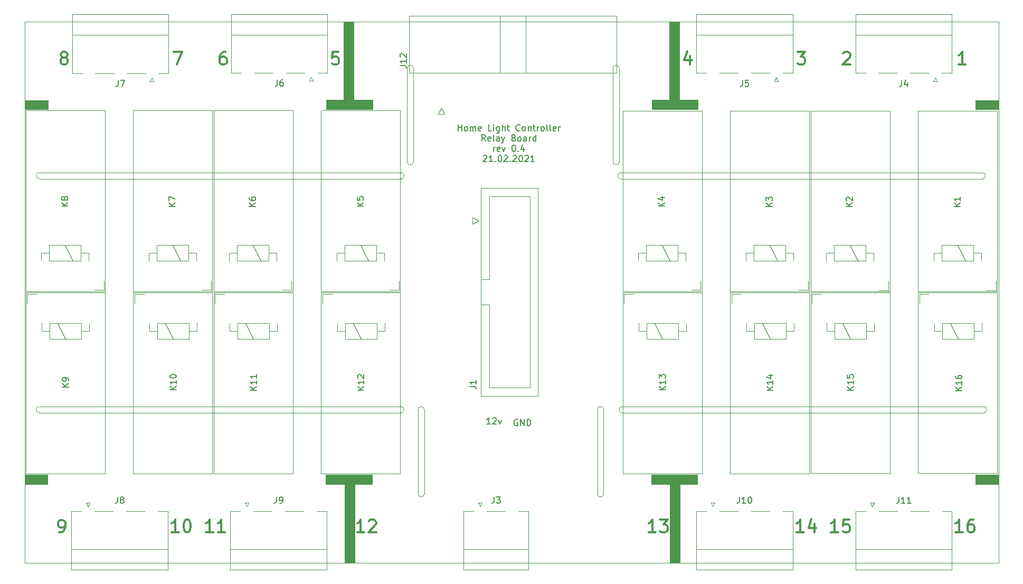
<source format=gbr>
%TF.GenerationSoftware,KiCad,Pcbnew,5.1.9-73d0e3b20d~88~ubuntu20.04.1*%
%TF.CreationDate,2021-03-03T11:34:14+04:00*%
%TF.ProjectId,relay_board,72656c61-795f-4626-9f61-72642e6b6963,rev?*%
%TF.SameCoordinates,Original*%
%TF.FileFunction,Legend,Top*%
%TF.FilePolarity,Positive*%
%FSLAX46Y46*%
G04 Gerber Fmt 4.6, Leading zero omitted, Abs format (unit mm)*
G04 Created by KiCad (PCBNEW 5.1.9-73d0e3b20d~88~ubuntu20.04.1) date 2021-03-03 11:34:14*
%MOMM*%
%LPD*%
G01*
G04 APERTURE LIST*
%TA.AperFunction,Profile*%
%ADD10C,0.050000*%
%TD*%
%ADD11C,0.300000*%
%ADD12C,0.100000*%
%ADD13C,0.150000*%
%TA.AperFunction,Profile*%
%ADD14C,0.100000*%
%TD*%
%ADD15C,0.120000*%
G04 APERTURE END LIST*
D10*
X145750000Y-46500000D02*
X145750000Y-50500000D01*
X146750000Y-46500000D02*
X146750000Y-50500000D01*
X112750000Y-46500000D02*
X112750000Y-50500000D01*
X113750000Y-46500000D02*
X113750000Y-50500000D01*
D11*
X201869047Y-120904761D02*
X200726190Y-120904761D01*
X201297619Y-120904761D02*
X201297619Y-118904761D01*
X201107142Y-119190476D01*
X200916666Y-119380952D01*
X200726190Y-119476190D01*
X203583333Y-118904761D02*
X203202380Y-118904761D01*
X203011904Y-119000000D01*
X202916666Y-119095238D01*
X202726190Y-119380952D01*
X202630952Y-119761904D01*
X202630952Y-120523809D01*
X202726190Y-120714285D01*
X202821428Y-120809523D01*
X203011904Y-120904761D01*
X203392857Y-120904761D01*
X203583333Y-120809523D01*
X203678571Y-120714285D01*
X203773809Y-120523809D01*
X203773809Y-120047619D01*
X203678571Y-119857142D01*
X203583333Y-119761904D01*
X203392857Y-119666666D01*
X203011904Y-119666666D01*
X202821428Y-119761904D01*
X202726190Y-119857142D01*
X202630952Y-120047619D01*
X181869047Y-120904761D02*
X180726190Y-120904761D01*
X181297619Y-120904761D02*
X181297619Y-118904761D01*
X181107142Y-119190476D01*
X180916666Y-119380952D01*
X180726190Y-119476190D01*
X183678571Y-118904761D02*
X182726190Y-118904761D01*
X182630952Y-119857142D01*
X182726190Y-119761904D01*
X182916666Y-119666666D01*
X183392857Y-119666666D01*
X183583333Y-119761904D01*
X183678571Y-119857142D01*
X183773809Y-120047619D01*
X183773809Y-120523809D01*
X183678571Y-120714285D01*
X183583333Y-120809523D01*
X183392857Y-120904761D01*
X182916666Y-120904761D01*
X182726190Y-120809523D01*
X182630952Y-120714285D01*
X176369047Y-120904761D02*
X175226190Y-120904761D01*
X175797619Y-120904761D02*
X175797619Y-118904761D01*
X175607142Y-119190476D01*
X175416666Y-119380952D01*
X175226190Y-119476190D01*
X178083333Y-119571428D02*
X178083333Y-120904761D01*
X177607142Y-118809523D02*
X177130952Y-120238095D01*
X178369047Y-120238095D01*
X152619047Y-120904761D02*
X151476190Y-120904761D01*
X152047619Y-120904761D02*
X152047619Y-118904761D01*
X151857142Y-119190476D01*
X151666666Y-119380952D01*
X151476190Y-119476190D01*
X153285714Y-118904761D02*
X154523809Y-118904761D01*
X153857142Y-119666666D01*
X154142857Y-119666666D01*
X154333333Y-119761904D01*
X154428571Y-119857142D01*
X154523809Y-120047619D01*
X154523809Y-120523809D01*
X154428571Y-120714285D01*
X154333333Y-120809523D01*
X154142857Y-120904761D01*
X153571428Y-120904761D01*
X153380952Y-120809523D01*
X153285714Y-120714285D01*
X105869047Y-120904761D02*
X104726190Y-120904761D01*
X105297619Y-120904761D02*
X105297619Y-118904761D01*
X105107142Y-119190476D01*
X104916666Y-119380952D01*
X104726190Y-119476190D01*
X106630952Y-119095238D02*
X106726190Y-119000000D01*
X106916666Y-118904761D01*
X107392857Y-118904761D01*
X107583333Y-119000000D01*
X107678571Y-119095238D01*
X107773809Y-119285714D01*
X107773809Y-119476190D01*
X107678571Y-119761904D01*
X106535714Y-120904761D01*
X107773809Y-120904761D01*
X81619047Y-120904761D02*
X80476190Y-120904761D01*
X81047619Y-120904761D02*
X81047619Y-118904761D01*
X80857142Y-119190476D01*
X80666666Y-119380952D01*
X80476190Y-119476190D01*
X83523809Y-120904761D02*
X82380952Y-120904761D01*
X82952380Y-120904761D02*
X82952380Y-118904761D01*
X82761904Y-119190476D01*
X82571428Y-119380952D01*
X82380952Y-119476190D01*
X76119047Y-120904761D02*
X74976190Y-120904761D01*
X75547619Y-120904761D02*
X75547619Y-118904761D01*
X75357142Y-119190476D01*
X75166666Y-119380952D01*
X74976190Y-119476190D01*
X77357142Y-118904761D02*
X77547619Y-118904761D01*
X77738095Y-119000000D01*
X77833333Y-119095238D01*
X77928571Y-119285714D01*
X78023809Y-119666666D01*
X78023809Y-120142857D01*
X77928571Y-120523809D01*
X77833333Y-120714285D01*
X77738095Y-120809523D01*
X77547619Y-120904761D01*
X77357142Y-120904761D01*
X77166666Y-120809523D01*
X77071428Y-120714285D01*
X76976190Y-120523809D01*
X76880952Y-120142857D01*
X76880952Y-119666666D01*
X76976190Y-119285714D01*
X77071428Y-119095238D01*
X77166666Y-119000000D01*
X77357142Y-118904761D01*
X56949047Y-120954761D02*
X57330000Y-120954761D01*
X57520476Y-120859523D01*
X57615714Y-120764285D01*
X57806190Y-120478571D01*
X57901428Y-120097619D01*
X57901428Y-119335714D01*
X57806190Y-119145238D01*
X57710952Y-119050000D01*
X57520476Y-118954761D01*
X57139523Y-118954761D01*
X56949047Y-119050000D01*
X56853809Y-119145238D01*
X56758571Y-119335714D01*
X56758571Y-119811904D01*
X56853809Y-120002380D01*
X56949047Y-120097619D01*
X57139523Y-120192857D01*
X57520476Y-120192857D01*
X57710952Y-120097619D01*
X57806190Y-120002380D01*
X57901428Y-119811904D01*
X57559523Y-44761904D02*
X57369047Y-44666666D01*
X57273809Y-44571428D01*
X57178571Y-44380952D01*
X57178571Y-44285714D01*
X57273809Y-44095238D01*
X57369047Y-44000000D01*
X57559523Y-43904761D01*
X57940476Y-43904761D01*
X58130952Y-44000000D01*
X58226190Y-44095238D01*
X58321428Y-44285714D01*
X58321428Y-44380952D01*
X58226190Y-44571428D01*
X58130952Y-44666666D01*
X57940476Y-44761904D01*
X57559523Y-44761904D01*
X57369047Y-44857142D01*
X57273809Y-44952380D01*
X57178571Y-45142857D01*
X57178571Y-45523809D01*
X57273809Y-45714285D01*
X57369047Y-45809523D01*
X57559523Y-45904761D01*
X57940476Y-45904761D01*
X58130952Y-45809523D01*
X58226190Y-45714285D01*
X58321428Y-45523809D01*
X58321428Y-45142857D01*
X58226190Y-44952380D01*
X58130952Y-44857142D01*
X57940476Y-44761904D01*
X75333333Y-43904761D02*
X76666666Y-43904761D01*
X75809523Y-45904761D01*
X83630952Y-43904761D02*
X83250000Y-43904761D01*
X83059523Y-44000000D01*
X82964285Y-44095238D01*
X82773809Y-44380952D01*
X82678571Y-44761904D01*
X82678571Y-45523809D01*
X82773809Y-45714285D01*
X82869047Y-45809523D01*
X83059523Y-45904761D01*
X83440476Y-45904761D01*
X83630952Y-45809523D01*
X83726190Y-45714285D01*
X83821428Y-45523809D01*
X83821428Y-45047619D01*
X83726190Y-44857142D01*
X83630952Y-44761904D01*
X83440476Y-44666666D01*
X83059523Y-44666666D01*
X82869047Y-44761904D01*
X82773809Y-44857142D01*
X82678571Y-45047619D01*
X101726190Y-43904761D02*
X100773809Y-43904761D01*
X100678571Y-44857142D01*
X100773809Y-44761904D01*
X100964285Y-44666666D01*
X101440476Y-44666666D01*
X101630952Y-44761904D01*
X101726190Y-44857142D01*
X101821428Y-45047619D01*
X101821428Y-45523809D01*
X101726190Y-45714285D01*
X101630952Y-45809523D01*
X101440476Y-45904761D01*
X100964285Y-45904761D01*
X100773809Y-45809523D01*
X100678571Y-45714285D01*
X158130952Y-44571428D02*
X158130952Y-45904761D01*
X157654761Y-43809523D02*
X157178571Y-45238095D01*
X158416666Y-45238095D01*
X175333333Y-43904761D02*
X176571428Y-43904761D01*
X175904761Y-44666666D01*
X176190476Y-44666666D01*
X176380952Y-44761904D01*
X176476190Y-44857142D01*
X176571428Y-45047619D01*
X176571428Y-45523809D01*
X176476190Y-45714285D01*
X176380952Y-45809523D01*
X176190476Y-45904761D01*
X175619047Y-45904761D01*
X175428571Y-45809523D01*
X175333333Y-45714285D01*
X182678571Y-44095238D02*
X182773809Y-44000000D01*
X182964285Y-43904761D01*
X183440476Y-43904761D01*
X183630952Y-44000000D01*
X183726190Y-44095238D01*
X183821428Y-44285714D01*
X183821428Y-44476190D01*
X183726190Y-44761904D01*
X182583333Y-45904761D01*
X183821428Y-45904761D01*
X202321428Y-45904761D02*
X201178571Y-45904761D01*
X201750000Y-45904761D02*
X201750000Y-43904761D01*
X201559523Y-44190476D01*
X201369047Y-44380952D01*
X201178571Y-44476190D01*
D10*
X144250000Y-112250000D02*
X144250000Y-114750000D01*
X143250000Y-112250000D02*
X143250000Y-114750000D01*
X114500000Y-101250000D02*
G75*
G02*
X115500000Y-101250000I500000J0D01*
G01*
X115500000Y-114750000D02*
G75*
G02*
X114500000Y-114750000I-500000J0D01*
G01*
X114500000Y-101250000D02*
X114500000Y-114750000D01*
X115500000Y-114750000D02*
X115500000Y-101250000D01*
X143250000Y-101250000D02*
G75*
G02*
X144250000Y-101250000I500000J0D01*
G01*
X144250000Y-114750000D02*
G75*
G02*
X143250000Y-114750000I-500000J0D01*
G01*
X143250000Y-101250000D02*
X143250000Y-112250000D01*
X144250000Y-112250000D02*
X144250000Y-101250000D01*
X112750000Y-46500000D02*
G75*
G02*
X113750000Y-46500000I500000J0D01*
G01*
X113750000Y-61500000D02*
G75*
G02*
X112750000Y-61500000I-500000J0D01*
G01*
X112750000Y-50500000D02*
X112750000Y-61500000D01*
X113750000Y-61500000D02*
X113750000Y-50500000D01*
X145750000Y-46500000D02*
G75*
G02*
X146750000Y-46500000I500000J0D01*
G01*
X146750000Y-61500000D02*
G75*
G02*
X145750000Y-61500000I-500000J0D01*
G01*
X145750000Y-50500000D02*
X145750000Y-61500000D01*
X146750000Y-61500000D02*
X146750000Y-50500000D01*
X53750000Y-64250000D02*
X111750000Y-64250000D01*
X111750000Y-63250000D02*
X53750000Y-63250000D01*
X53750000Y-64250000D02*
G75*
G02*
X53750000Y-63250000I0J500000D01*
G01*
X111750000Y-63250000D02*
G75*
G02*
X111750000Y-64250000I0J-500000D01*
G01*
X53750000Y-101750000D02*
X111750000Y-101750000D01*
X111750000Y-100750000D02*
X53750000Y-100750000D01*
X53750000Y-101750000D02*
G75*
G02*
X53750000Y-100750000I0J500000D01*
G01*
X111750000Y-100750000D02*
G75*
G02*
X111750000Y-101750000I0J-500000D01*
G01*
X147250000Y-101750000D02*
X205250000Y-101750000D01*
X205250000Y-100750000D02*
X147250000Y-100750000D01*
X147250000Y-101750000D02*
G75*
G02*
X147250000Y-100750000I0J500000D01*
G01*
X205250000Y-100750000D02*
G75*
G02*
X205250000Y-101750000I0J-500000D01*
G01*
X147000000Y-64250000D02*
G75*
G02*
X147000000Y-63250000I0J500000D01*
G01*
X205000000Y-63250000D02*
G75*
G02*
X205000000Y-64250000I0J-500000D01*
G01*
X147000000Y-64250000D02*
X205000000Y-64250000D01*
X205000000Y-63250000D02*
X147000000Y-63250000D01*
D12*
G36*
X207600000Y-53130000D02*
G01*
X203900000Y-53130000D01*
X203900000Y-51630000D01*
X207600000Y-51630000D01*
X207600000Y-53130000D01*
G37*
X207600000Y-53130000D02*
X203900000Y-53130000D01*
X203900000Y-51630000D01*
X207600000Y-51630000D01*
X207600000Y-53130000D01*
G36*
X55110000Y-53120000D02*
G01*
X51410000Y-53120000D01*
X51410000Y-51620000D01*
X55110000Y-51620000D01*
X55110000Y-53120000D01*
G37*
X55110000Y-53120000D02*
X51410000Y-53120000D01*
X51410000Y-51620000D01*
X55110000Y-51620000D01*
X55110000Y-53120000D01*
G36*
X55100000Y-113180000D02*
G01*
X51400000Y-113180000D01*
X51400000Y-111680000D01*
X55100000Y-111680000D01*
X55100000Y-113180000D01*
G37*
X55100000Y-113180000D02*
X51400000Y-113180000D01*
X51400000Y-111680000D01*
X55100000Y-111680000D01*
X55100000Y-113180000D01*
D13*
X120917142Y-56537380D02*
X120917142Y-55537380D01*
X120917142Y-56013571D02*
X121488571Y-56013571D01*
X121488571Y-56537380D02*
X121488571Y-55537380D01*
X122107619Y-56537380D02*
X122012380Y-56489761D01*
X121964761Y-56442142D01*
X121917142Y-56346904D01*
X121917142Y-56061190D01*
X121964761Y-55965952D01*
X122012380Y-55918333D01*
X122107619Y-55870714D01*
X122250476Y-55870714D01*
X122345714Y-55918333D01*
X122393333Y-55965952D01*
X122440952Y-56061190D01*
X122440952Y-56346904D01*
X122393333Y-56442142D01*
X122345714Y-56489761D01*
X122250476Y-56537380D01*
X122107619Y-56537380D01*
X122869523Y-56537380D02*
X122869523Y-55870714D01*
X122869523Y-55965952D02*
X122917142Y-55918333D01*
X123012380Y-55870714D01*
X123155238Y-55870714D01*
X123250476Y-55918333D01*
X123298095Y-56013571D01*
X123298095Y-56537380D01*
X123298095Y-56013571D02*
X123345714Y-55918333D01*
X123440952Y-55870714D01*
X123583809Y-55870714D01*
X123679047Y-55918333D01*
X123726666Y-56013571D01*
X123726666Y-56537380D01*
X124583809Y-56489761D02*
X124488571Y-56537380D01*
X124298095Y-56537380D01*
X124202857Y-56489761D01*
X124155238Y-56394523D01*
X124155238Y-56013571D01*
X124202857Y-55918333D01*
X124298095Y-55870714D01*
X124488571Y-55870714D01*
X124583809Y-55918333D01*
X124631428Y-56013571D01*
X124631428Y-56108809D01*
X124155238Y-56204047D01*
X126298095Y-56537380D02*
X125821904Y-56537380D01*
X125821904Y-55537380D01*
X126631428Y-56537380D02*
X126631428Y-55870714D01*
X126631428Y-55537380D02*
X126583809Y-55585000D01*
X126631428Y-55632619D01*
X126679047Y-55585000D01*
X126631428Y-55537380D01*
X126631428Y-55632619D01*
X127536190Y-55870714D02*
X127536190Y-56680238D01*
X127488571Y-56775476D01*
X127440952Y-56823095D01*
X127345714Y-56870714D01*
X127202857Y-56870714D01*
X127107619Y-56823095D01*
X127536190Y-56489761D02*
X127440952Y-56537380D01*
X127250476Y-56537380D01*
X127155238Y-56489761D01*
X127107619Y-56442142D01*
X127060000Y-56346904D01*
X127060000Y-56061190D01*
X127107619Y-55965952D01*
X127155238Y-55918333D01*
X127250476Y-55870714D01*
X127440952Y-55870714D01*
X127536190Y-55918333D01*
X128012380Y-56537380D02*
X128012380Y-55537380D01*
X128440952Y-56537380D02*
X128440952Y-56013571D01*
X128393333Y-55918333D01*
X128298095Y-55870714D01*
X128155238Y-55870714D01*
X128060000Y-55918333D01*
X128012380Y-55965952D01*
X128774285Y-55870714D02*
X129155238Y-55870714D01*
X128917142Y-55537380D02*
X128917142Y-56394523D01*
X128964761Y-56489761D01*
X129060000Y-56537380D01*
X129155238Y-56537380D01*
X130821904Y-56442142D02*
X130774285Y-56489761D01*
X130631428Y-56537380D01*
X130536190Y-56537380D01*
X130393333Y-56489761D01*
X130298095Y-56394523D01*
X130250476Y-56299285D01*
X130202857Y-56108809D01*
X130202857Y-55965952D01*
X130250476Y-55775476D01*
X130298095Y-55680238D01*
X130393333Y-55585000D01*
X130536190Y-55537380D01*
X130631428Y-55537380D01*
X130774285Y-55585000D01*
X130821904Y-55632619D01*
X131393333Y-56537380D02*
X131298095Y-56489761D01*
X131250476Y-56442142D01*
X131202857Y-56346904D01*
X131202857Y-56061190D01*
X131250476Y-55965952D01*
X131298095Y-55918333D01*
X131393333Y-55870714D01*
X131536190Y-55870714D01*
X131631428Y-55918333D01*
X131679047Y-55965952D01*
X131726666Y-56061190D01*
X131726666Y-56346904D01*
X131679047Y-56442142D01*
X131631428Y-56489761D01*
X131536190Y-56537380D01*
X131393333Y-56537380D01*
X132155238Y-55870714D02*
X132155238Y-56537380D01*
X132155238Y-55965952D02*
X132202857Y-55918333D01*
X132298095Y-55870714D01*
X132440952Y-55870714D01*
X132536190Y-55918333D01*
X132583809Y-56013571D01*
X132583809Y-56537380D01*
X132917142Y-55870714D02*
X133298095Y-55870714D01*
X133060000Y-55537380D02*
X133060000Y-56394523D01*
X133107619Y-56489761D01*
X133202857Y-56537380D01*
X133298095Y-56537380D01*
X133631428Y-56537380D02*
X133631428Y-55870714D01*
X133631428Y-56061190D02*
X133679047Y-55965952D01*
X133726666Y-55918333D01*
X133821904Y-55870714D01*
X133917142Y-55870714D01*
X134393333Y-56537380D02*
X134298095Y-56489761D01*
X134250476Y-56442142D01*
X134202857Y-56346904D01*
X134202857Y-56061190D01*
X134250476Y-55965952D01*
X134298095Y-55918333D01*
X134393333Y-55870714D01*
X134536190Y-55870714D01*
X134631428Y-55918333D01*
X134679047Y-55965952D01*
X134726666Y-56061190D01*
X134726666Y-56346904D01*
X134679047Y-56442142D01*
X134631428Y-56489761D01*
X134536190Y-56537380D01*
X134393333Y-56537380D01*
X135298095Y-56537380D02*
X135202857Y-56489761D01*
X135155238Y-56394523D01*
X135155238Y-55537380D01*
X135821904Y-56537380D02*
X135726666Y-56489761D01*
X135679047Y-56394523D01*
X135679047Y-55537380D01*
X136583809Y-56489761D02*
X136488571Y-56537380D01*
X136298095Y-56537380D01*
X136202857Y-56489761D01*
X136155238Y-56394523D01*
X136155238Y-56013571D01*
X136202857Y-55918333D01*
X136298095Y-55870714D01*
X136488571Y-55870714D01*
X136583809Y-55918333D01*
X136631428Y-56013571D01*
X136631428Y-56108809D01*
X136155238Y-56204047D01*
X137060000Y-56537380D02*
X137060000Y-55870714D01*
X137060000Y-56061190D02*
X137107619Y-55965952D01*
X137155238Y-55918333D01*
X137250476Y-55870714D01*
X137345714Y-55870714D01*
X125298095Y-58187380D02*
X124964761Y-57711190D01*
X124726666Y-58187380D02*
X124726666Y-57187380D01*
X125107619Y-57187380D01*
X125202857Y-57235000D01*
X125250476Y-57282619D01*
X125298095Y-57377857D01*
X125298095Y-57520714D01*
X125250476Y-57615952D01*
X125202857Y-57663571D01*
X125107619Y-57711190D01*
X124726666Y-57711190D01*
X126107619Y-58139761D02*
X126012380Y-58187380D01*
X125821904Y-58187380D01*
X125726666Y-58139761D01*
X125679047Y-58044523D01*
X125679047Y-57663571D01*
X125726666Y-57568333D01*
X125821904Y-57520714D01*
X126012380Y-57520714D01*
X126107619Y-57568333D01*
X126155238Y-57663571D01*
X126155238Y-57758809D01*
X125679047Y-57854047D01*
X126726666Y-58187380D02*
X126631428Y-58139761D01*
X126583809Y-58044523D01*
X126583809Y-57187380D01*
X127536190Y-58187380D02*
X127536190Y-57663571D01*
X127488571Y-57568333D01*
X127393333Y-57520714D01*
X127202857Y-57520714D01*
X127107619Y-57568333D01*
X127536190Y-58139761D02*
X127440952Y-58187380D01*
X127202857Y-58187380D01*
X127107619Y-58139761D01*
X127060000Y-58044523D01*
X127060000Y-57949285D01*
X127107619Y-57854047D01*
X127202857Y-57806428D01*
X127440952Y-57806428D01*
X127536190Y-57758809D01*
X127917142Y-57520714D02*
X128155238Y-58187380D01*
X128393333Y-57520714D02*
X128155238Y-58187380D01*
X128060000Y-58425476D01*
X128012380Y-58473095D01*
X127917142Y-58520714D01*
X129869523Y-57663571D02*
X130012380Y-57711190D01*
X130060000Y-57758809D01*
X130107619Y-57854047D01*
X130107619Y-57996904D01*
X130060000Y-58092142D01*
X130012380Y-58139761D01*
X129917142Y-58187380D01*
X129536190Y-58187380D01*
X129536190Y-57187380D01*
X129869523Y-57187380D01*
X129964761Y-57235000D01*
X130012380Y-57282619D01*
X130060000Y-57377857D01*
X130060000Y-57473095D01*
X130012380Y-57568333D01*
X129964761Y-57615952D01*
X129869523Y-57663571D01*
X129536190Y-57663571D01*
X130679047Y-58187380D02*
X130583809Y-58139761D01*
X130536190Y-58092142D01*
X130488571Y-57996904D01*
X130488571Y-57711190D01*
X130536190Y-57615952D01*
X130583809Y-57568333D01*
X130679047Y-57520714D01*
X130821904Y-57520714D01*
X130917142Y-57568333D01*
X130964761Y-57615952D01*
X131012380Y-57711190D01*
X131012380Y-57996904D01*
X130964761Y-58092142D01*
X130917142Y-58139761D01*
X130821904Y-58187380D01*
X130679047Y-58187380D01*
X131869523Y-58187380D02*
X131869523Y-57663571D01*
X131821904Y-57568333D01*
X131726666Y-57520714D01*
X131536190Y-57520714D01*
X131440952Y-57568333D01*
X131869523Y-58139761D02*
X131774285Y-58187380D01*
X131536190Y-58187380D01*
X131440952Y-58139761D01*
X131393333Y-58044523D01*
X131393333Y-57949285D01*
X131440952Y-57854047D01*
X131536190Y-57806428D01*
X131774285Y-57806428D01*
X131869523Y-57758809D01*
X132345714Y-58187380D02*
X132345714Y-57520714D01*
X132345714Y-57711190D02*
X132393333Y-57615952D01*
X132440952Y-57568333D01*
X132536190Y-57520714D01*
X132631428Y-57520714D01*
X133393333Y-58187380D02*
X133393333Y-57187380D01*
X133393333Y-58139761D02*
X133298095Y-58187380D01*
X133107619Y-58187380D01*
X133012380Y-58139761D01*
X132964761Y-58092142D01*
X132917142Y-57996904D01*
X132917142Y-57711190D01*
X132964761Y-57615952D01*
X133012380Y-57568333D01*
X133107619Y-57520714D01*
X133298095Y-57520714D01*
X133393333Y-57568333D01*
X126607619Y-59837380D02*
X126607619Y-59170714D01*
X126607619Y-59361190D02*
X126655238Y-59265952D01*
X126702857Y-59218333D01*
X126798095Y-59170714D01*
X126893333Y-59170714D01*
X127607619Y-59789761D02*
X127512380Y-59837380D01*
X127321904Y-59837380D01*
X127226666Y-59789761D01*
X127179047Y-59694523D01*
X127179047Y-59313571D01*
X127226666Y-59218333D01*
X127321904Y-59170714D01*
X127512380Y-59170714D01*
X127607619Y-59218333D01*
X127655238Y-59313571D01*
X127655238Y-59408809D01*
X127179047Y-59504047D01*
X127988571Y-59170714D02*
X128226666Y-59837380D01*
X128464761Y-59170714D01*
X129798095Y-58837380D02*
X129893333Y-58837380D01*
X129988571Y-58885000D01*
X130036190Y-58932619D01*
X130083809Y-59027857D01*
X130131428Y-59218333D01*
X130131428Y-59456428D01*
X130083809Y-59646904D01*
X130036190Y-59742142D01*
X129988571Y-59789761D01*
X129893333Y-59837380D01*
X129798095Y-59837380D01*
X129702857Y-59789761D01*
X129655238Y-59742142D01*
X129607619Y-59646904D01*
X129560000Y-59456428D01*
X129560000Y-59218333D01*
X129607619Y-59027857D01*
X129655238Y-58932619D01*
X129702857Y-58885000D01*
X129798095Y-58837380D01*
X130560000Y-59742142D02*
X130607619Y-59789761D01*
X130560000Y-59837380D01*
X130512380Y-59789761D01*
X130560000Y-59742142D01*
X130560000Y-59837380D01*
X131464761Y-59170714D02*
X131464761Y-59837380D01*
X131226666Y-58789761D02*
X130988571Y-59504047D01*
X131607619Y-59504047D01*
X124964761Y-60582619D02*
X125012380Y-60535000D01*
X125107619Y-60487380D01*
X125345714Y-60487380D01*
X125440952Y-60535000D01*
X125488571Y-60582619D01*
X125536190Y-60677857D01*
X125536190Y-60773095D01*
X125488571Y-60915952D01*
X124917142Y-61487380D01*
X125536190Y-61487380D01*
X126488571Y-61487380D02*
X125917142Y-61487380D01*
X126202857Y-61487380D02*
X126202857Y-60487380D01*
X126107619Y-60630238D01*
X126012380Y-60725476D01*
X125917142Y-60773095D01*
X126917142Y-61392142D02*
X126964761Y-61439761D01*
X126917142Y-61487380D01*
X126869523Y-61439761D01*
X126917142Y-61392142D01*
X126917142Y-61487380D01*
X127583809Y-60487380D02*
X127679047Y-60487380D01*
X127774285Y-60535000D01*
X127821904Y-60582619D01*
X127869523Y-60677857D01*
X127917142Y-60868333D01*
X127917142Y-61106428D01*
X127869523Y-61296904D01*
X127821904Y-61392142D01*
X127774285Y-61439761D01*
X127679047Y-61487380D01*
X127583809Y-61487380D01*
X127488571Y-61439761D01*
X127440952Y-61392142D01*
X127393333Y-61296904D01*
X127345714Y-61106428D01*
X127345714Y-60868333D01*
X127393333Y-60677857D01*
X127440952Y-60582619D01*
X127488571Y-60535000D01*
X127583809Y-60487380D01*
X128298095Y-60582619D02*
X128345714Y-60535000D01*
X128440952Y-60487380D01*
X128679047Y-60487380D01*
X128774285Y-60535000D01*
X128821904Y-60582619D01*
X128869523Y-60677857D01*
X128869523Y-60773095D01*
X128821904Y-60915952D01*
X128250476Y-61487380D01*
X128869523Y-61487380D01*
X129298095Y-61392142D02*
X129345714Y-61439761D01*
X129298095Y-61487380D01*
X129250476Y-61439761D01*
X129298095Y-61392142D01*
X129298095Y-61487380D01*
X129726666Y-60582619D02*
X129774285Y-60535000D01*
X129869523Y-60487380D01*
X130107619Y-60487380D01*
X130202857Y-60535000D01*
X130250476Y-60582619D01*
X130298095Y-60677857D01*
X130298095Y-60773095D01*
X130250476Y-60915952D01*
X129679047Y-61487380D01*
X130298095Y-61487380D01*
X130917142Y-60487380D02*
X131012380Y-60487380D01*
X131107619Y-60535000D01*
X131155238Y-60582619D01*
X131202857Y-60677857D01*
X131250476Y-60868333D01*
X131250476Y-61106428D01*
X131202857Y-61296904D01*
X131155238Y-61392142D01*
X131107619Y-61439761D01*
X131012380Y-61487380D01*
X130917142Y-61487380D01*
X130821904Y-61439761D01*
X130774285Y-61392142D01*
X130726666Y-61296904D01*
X130679047Y-61106428D01*
X130679047Y-60868333D01*
X130726666Y-60677857D01*
X130774285Y-60582619D01*
X130821904Y-60535000D01*
X130917142Y-60487380D01*
X131631428Y-60582619D02*
X131679047Y-60535000D01*
X131774285Y-60487380D01*
X132012380Y-60487380D01*
X132107619Y-60535000D01*
X132155238Y-60582619D01*
X132202857Y-60677857D01*
X132202857Y-60773095D01*
X132155238Y-60915952D01*
X131583809Y-61487380D01*
X132202857Y-61487380D01*
X133155238Y-61487380D02*
X132583809Y-61487380D01*
X132869523Y-61487380D02*
X132869523Y-60487380D01*
X132774285Y-60630238D01*
X132679047Y-60725476D01*
X132583809Y-60773095D01*
D12*
G36*
X207600000Y-113200000D02*
G01*
X203900000Y-113200000D01*
X203900000Y-111700000D01*
X207600000Y-111700000D01*
X207600000Y-113200000D01*
G37*
X207600000Y-113200000D02*
X203900000Y-113200000D01*
X203900000Y-111700000D01*
X207600000Y-111700000D01*
X207600000Y-113200000D01*
D14*
X207600000Y-125800000D02*
X51400000Y-125800000D01*
X207600000Y-39000000D02*
X207600000Y-125800000D01*
D12*
G36*
X156400000Y-51600000D02*
G01*
X159400000Y-51600000D01*
X159400000Y-53100000D01*
X152000000Y-53100000D01*
X152000000Y-51600000D01*
X154800000Y-51600000D01*
X154800000Y-39000000D01*
X156400000Y-39000000D01*
X156400000Y-51600000D01*
G37*
X156400000Y-51600000D02*
X159400000Y-51600000D01*
X159400000Y-53100000D01*
X152000000Y-53100000D01*
X152000000Y-51600000D01*
X154800000Y-51600000D01*
X154800000Y-39000000D01*
X156400000Y-39000000D01*
X156400000Y-51600000D01*
G36*
X107100000Y-113200000D02*
G01*
X104300000Y-113200000D01*
X104300000Y-125800000D01*
X102700000Y-125800000D01*
X102700000Y-113200000D01*
X99700000Y-113200000D01*
X99700000Y-111700000D01*
X107100000Y-111700000D01*
X107100000Y-113200000D01*
G37*
X107100000Y-113200000D02*
X104300000Y-113200000D01*
X104300000Y-125800000D01*
X102700000Y-125800000D01*
X102700000Y-113200000D01*
X99700000Y-113200000D01*
X99700000Y-111700000D01*
X107100000Y-111700000D01*
X107100000Y-113200000D01*
D14*
X51400000Y-125800000D02*
X51400000Y-39000000D01*
X51400000Y-39000000D02*
X207600000Y-39000000D01*
D12*
G36*
X159300000Y-113200000D02*
G01*
X156500000Y-113200000D01*
X156500000Y-125800000D01*
X154900000Y-125800000D01*
X154900000Y-113200000D01*
X151900000Y-113200000D01*
X151900000Y-111700000D01*
X159300000Y-111700000D01*
X159300000Y-113200000D01*
G37*
X159300000Y-113200000D02*
X156500000Y-113200000D01*
X156500000Y-125800000D01*
X154900000Y-125800000D01*
X154900000Y-113200000D01*
X151900000Y-113200000D01*
X151900000Y-111700000D01*
X159300000Y-111700000D01*
X159300000Y-113200000D01*
G36*
X104200000Y-51600000D02*
G01*
X107200000Y-51600000D01*
X107200000Y-53100000D01*
X99800000Y-53100000D01*
X99800000Y-51600000D01*
X102600000Y-51600000D01*
X102600000Y-39000000D01*
X104200000Y-39000000D01*
X104200000Y-51600000D01*
G37*
X104200000Y-51600000D02*
X107200000Y-51600000D01*
X107200000Y-53100000D01*
X99800000Y-53100000D01*
X99800000Y-51600000D01*
X102600000Y-51600000D01*
X102600000Y-39000000D01*
X104200000Y-39000000D01*
X104200000Y-51600000D01*
D15*
%TO.C,J12*%
X118750000Y-53850000D02*
X118250000Y-52850000D01*
X117750000Y-53850000D02*
X118750000Y-53850000D01*
X118250000Y-52850000D02*
X117750000Y-53850000D01*
X146320000Y-47230000D02*
X113040000Y-47230000D01*
X146320000Y-38110000D02*
X146320000Y-47230000D01*
X113040000Y-38110000D02*
X146320000Y-38110000D01*
X113040000Y-47230000D02*
X113040000Y-38110000D01*
X131730000Y-47230000D02*
X131730000Y-38110000D01*
X127630000Y-47230000D02*
X127630000Y-38110000D01*
D12*
%TO.C,K15*%
X182590000Y-87360000D02*
X183860000Y-89900000D01*
D15*
X177460000Y-82470000D02*
X177460000Y-111470000D01*
X177460000Y-111470000D02*
X190150000Y-111470000D01*
X190160000Y-111460000D02*
X190160000Y-82470000D01*
X190150000Y-82470000D02*
X177460000Y-82470000D01*
X181320000Y-87360000D02*
X181320000Y-88630000D01*
X186400000Y-87360000D02*
X181320000Y-87360000D01*
X186400000Y-89900000D02*
X186400000Y-87360000D01*
X181320000Y-89900000D02*
X186400000Y-89900000D01*
X181320000Y-88630000D02*
X181320000Y-89900000D01*
X180050000Y-88630000D02*
X181320000Y-88630000D01*
X180050000Y-87360000D02*
X180050000Y-88630000D01*
X187670000Y-88630000D02*
X187670000Y-87360000D01*
X186400000Y-88630000D02*
X187670000Y-88630000D01*
X179170000Y-82690000D02*
X177670000Y-82690000D01*
X177670000Y-82690000D02*
X177670000Y-84190000D01*
%TO.C,J1*%
X123220000Y-71460000D02*
X124220000Y-70960000D01*
X123220000Y-70460000D02*
X123220000Y-71460000D01*
X124220000Y-70960000D02*
X123220000Y-70460000D01*
X125920000Y-84440000D02*
X124610000Y-84440000D01*
X125920000Y-84440000D02*
X125920000Y-84440000D01*
X125920000Y-97730000D02*
X125920000Y-84440000D01*
X132420000Y-97730000D02*
X125920000Y-97730000D01*
X132420000Y-67050000D02*
X132420000Y-97730000D01*
X125920000Y-67050000D02*
X132420000Y-67050000D01*
X125920000Y-80340000D02*
X125920000Y-67050000D01*
X124610000Y-80340000D02*
X125920000Y-80340000D01*
X124610000Y-99030000D02*
X124610000Y-65750000D01*
X133730000Y-99030000D02*
X124610000Y-99030000D01*
X133730000Y-65750000D02*
X133730000Y-99030000D01*
X124610000Y-65750000D02*
X133730000Y-65750000D01*
D12*
%TO.C,K16*%
X199830000Y-87360000D02*
X201100000Y-89900000D01*
D15*
X194700000Y-82470000D02*
X194700000Y-111470000D01*
X194700000Y-111470000D02*
X207390000Y-111470000D01*
X207400000Y-111460000D02*
X207400000Y-82470000D01*
X207390000Y-82470000D02*
X194700000Y-82470000D01*
X198560000Y-87360000D02*
X198560000Y-88630000D01*
X203640000Y-87360000D02*
X198560000Y-87360000D01*
X203640000Y-89900000D02*
X203640000Y-87360000D01*
X198560000Y-89900000D02*
X203640000Y-89900000D01*
X198560000Y-88630000D02*
X198560000Y-89900000D01*
X197290000Y-88630000D02*
X198560000Y-88630000D01*
X197290000Y-87360000D02*
X197290000Y-88630000D01*
X204910000Y-88630000D02*
X204910000Y-87360000D01*
X203640000Y-88630000D02*
X204910000Y-88630000D01*
X196410000Y-82690000D02*
X194910000Y-82690000D01*
X194910000Y-82690000D02*
X194910000Y-84190000D01*
D12*
%TO.C,K14*%
X169690000Y-87370000D02*
X170960000Y-89910000D01*
D15*
X164560000Y-82480000D02*
X164560000Y-111480000D01*
X164560000Y-111480000D02*
X177250000Y-111480000D01*
X177260000Y-111470000D02*
X177260000Y-82480000D01*
X177250000Y-82480000D02*
X164560000Y-82480000D01*
X168420000Y-87370000D02*
X168420000Y-88640000D01*
X173500000Y-87370000D02*
X168420000Y-87370000D01*
X173500000Y-89910000D02*
X173500000Y-87370000D01*
X168420000Y-89910000D02*
X173500000Y-89910000D01*
X168420000Y-88640000D02*
X168420000Y-89910000D01*
X167150000Y-88640000D02*
X168420000Y-88640000D01*
X167150000Y-87370000D02*
X167150000Y-88640000D01*
X174770000Y-88640000D02*
X174770000Y-87370000D01*
X173500000Y-88640000D02*
X174770000Y-88640000D01*
X166270000Y-82700000D02*
X164770000Y-82700000D01*
X164770000Y-82700000D02*
X164770000Y-84200000D01*
D12*
%TO.C,K13*%
X152460000Y-87370000D02*
X153730000Y-89910000D01*
D15*
X147330000Y-82480000D02*
X147330000Y-111480000D01*
X147330000Y-111480000D02*
X160020000Y-111480000D01*
X160030000Y-111470000D02*
X160030000Y-82480000D01*
X160020000Y-82480000D02*
X147330000Y-82480000D01*
X151190000Y-87370000D02*
X151190000Y-88640000D01*
X156270000Y-87370000D02*
X151190000Y-87370000D01*
X156270000Y-89910000D02*
X156270000Y-87370000D01*
X151190000Y-89910000D02*
X156270000Y-89910000D01*
X151190000Y-88640000D02*
X151190000Y-89910000D01*
X149920000Y-88640000D02*
X151190000Y-88640000D01*
X149920000Y-87370000D02*
X149920000Y-88640000D01*
X157540000Y-88640000D02*
X157540000Y-87370000D01*
X156270000Y-88640000D02*
X157540000Y-88640000D01*
X149040000Y-82700000D02*
X147540000Y-82700000D01*
X147540000Y-82700000D02*
X147540000Y-84200000D01*
D12*
%TO.C,K12*%
X104090000Y-87380000D02*
X105360000Y-89920000D01*
D15*
X98960000Y-82490000D02*
X98960000Y-111490000D01*
X98960000Y-111490000D02*
X111650000Y-111490000D01*
X111660000Y-111480000D02*
X111660000Y-82490000D01*
X111650000Y-82490000D02*
X98960000Y-82490000D01*
X102820000Y-87380000D02*
X102820000Y-88650000D01*
X107900000Y-87380000D02*
X102820000Y-87380000D01*
X107900000Y-89920000D02*
X107900000Y-87380000D01*
X102820000Y-89920000D02*
X107900000Y-89920000D01*
X102820000Y-88650000D02*
X102820000Y-89920000D01*
X101550000Y-88650000D02*
X102820000Y-88650000D01*
X101550000Y-87380000D02*
X101550000Y-88650000D01*
X109170000Y-88650000D02*
X109170000Y-87380000D01*
X107900000Y-88650000D02*
X109170000Y-88650000D01*
X100670000Y-82710000D02*
X99170000Y-82710000D01*
X99170000Y-82710000D02*
X99170000Y-84210000D01*
D12*
%TO.C,K11*%
X86840000Y-87380000D02*
X88110000Y-89920000D01*
D15*
X81710000Y-82490000D02*
X81710000Y-111490000D01*
X81710000Y-111490000D02*
X94400000Y-111490000D01*
X94410000Y-111480000D02*
X94410000Y-82490000D01*
X94400000Y-82490000D02*
X81710000Y-82490000D01*
X85570000Y-87380000D02*
X85570000Y-88650000D01*
X90650000Y-87380000D02*
X85570000Y-87380000D01*
X90650000Y-89920000D02*
X90650000Y-87380000D01*
X85570000Y-89920000D02*
X90650000Y-89920000D01*
X85570000Y-88650000D02*
X85570000Y-89920000D01*
X84300000Y-88650000D02*
X85570000Y-88650000D01*
X84300000Y-87380000D02*
X84300000Y-88650000D01*
X91920000Y-88650000D02*
X91920000Y-87380000D01*
X90650000Y-88650000D02*
X91920000Y-88650000D01*
X83420000Y-82710000D02*
X81920000Y-82710000D01*
X81920000Y-82710000D02*
X81920000Y-84210000D01*
D12*
%TO.C,K10*%
X73940000Y-87380000D02*
X75210000Y-89920000D01*
D15*
X68810000Y-82490000D02*
X68810000Y-111490000D01*
X68810000Y-111490000D02*
X81500000Y-111490000D01*
X81510000Y-111480000D02*
X81510000Y-82490000D01*
X81500000Y-82490000D02*
X68810000Y-82490000D01*
X72670000Y-87380000D02*
X72670000Y-88650000D01*
X77750000Y-87380000D02*
X72670000Y-87380000D01*
X77750000Y-89920000D02*
X77750000Y-87380000D01*
X72670000Y-89920000D02*
X77750000Y-89920000D01*
X72670000Y-88650000D02*
X72670000Y-89920000D01*
X71400000Y-88650000D02*
X72670000Y-88650000D01*
X71400000Y-87380000D02*
X71400000Y-88650000D01*
X79020000Y-88650000D02*
X79020000Y-87380000D01*
X77750000Y-88650000D02*
X79020000Y-88650000D01*
X70520000Y-82710000D02*
X69020000Y-82710000D01*
X69020000Y-82710000D02*
X69020000Y-84210000D01*
D12*
%TO.C,K9*%
X56710000Y-87400000D02*
X57980000Y-89940000D01*
D15*
X51580000Y-82510000D02*
X51580000Y-111510000D01*
X51580000Y-111510000D02*
X64270000Y-111510000D01*
X64280000Y-111500000D02*
X64280000Y-82510000D01*
X64270000Y-82510000D02*
X51580000Y-82510000D01*
X55440000Y-87400000D02*
X55440000Y-88670000D01*
X60520000Y-87400000D02*
X55440000Y-87400000D01*
X60520000Y-89940000D02*
X60520000Y-87400000D01*
X55440000Y-89940000D02*
X60520000Y-89940000D01*
X55440000Y-88670000D02*
X55440000Y-89940000D01*
X54170000Y-88670000D02*
X55440000Y-88670000D01*
X54170000Y-87400000D02*
X54170000Y-88670000D01*
X61790000Y-88670000D02*
X61790000Y-87400000D01*
X60520000Y-88670000D02*
X61790000Y-88670000D01*
X53290000Y-82730000D02*
X51790000Y-82730000D01*
X51790000Y-82730000D02*
X51790000Y-84230000D01*
D12*
%TO.C,K8*%
X59160000Y-77410000D02*
X57890000Y-74870000D01*
D15*
X64290000Y-82300000D02*
X64290000Y-53300000D01*
X64290000Y-53300000D02*
X51600000Y-53300000D01*
X51590000Y-53310000D02*
X51590000Y-82300000D01*
X51600000Y-82300000D02*
X64290000Y-82300000D01*
X60430000Y-77410000D02*
X60430000Y-76140000D01*
X55350000Y-77410000D02*
X60430000Y-77410000D01*
X55350000Y-74870000D02*
X55350000Y-77410000D01*
X60430000Y-74870000D02*
X55350000Y-74870000D01*
X60430000Y-76140000D02*
X60430000Y-74870000D01*
X61700000Y-76140000D02*
X60430000Y-76140000D01*
X61700000Y-77410000D02*
X61700000Y-76140000D01*
X54080000Y-76140000D02*
X54080000Y-77410000D01*
X55350000Y-76140000D02*
X54080000Y-76140000D01*
X62580000Y-82080000D02*
X64080000Y-82080000D01*
X64080000Y-82080000D02*
X64080000Y-80580000D01*
D12*
%TO.C,K7*%
X76390000Y-77410000D02*
X75120000Y-74870000D01*
D15*
X81520000Y-82300000D02*
X81520000Y-53300000D01*
X81520000Y-53300000D02*
X68830000Y-53300000D01*
X68820000Y-53310000D02*
X68820000Y-82300000D01*
X68830000Y-82300000D02*
X81520000Y-82300000D01*
X77660000Y-77410000D02*
X77660000Y-76140000D01*
X72580000Y-77410000D02*
X77660000Y-77410000D01*
X72580000Y-74870000D02*
X72580000Y-77410000D01*
X77660000Y-74870000D02*
X72580000Y-74870000D01*
X77660000Y-76140000D02*
X77660000Y-74870000D01*
X78930000Y-76140000D02*
X77660000Y-76140000D01*
X78930000Y-77410000D02*
X78930000Y-76140000D01*
X71310000Y-76140000D02*
X71310000Y-77410000D01*
X72580000Y-76140000D02*
X71310000Y-76140000D01*
X79810000Y-82080000D02*
X81310000Y-82080000D01*
X81310000Y-82080000D02*
X81310000Y-80580000D01*
D12*
%TO.C,K6*%
X89280000Y-77410000D02*
X88010000Y-74870000D01*
D15*
X94410000Y-82300000D02*
X94410000Y-53300000D01*
X94410000Y-53300000D02*
X81720000Y-53300000D01*
X81710000Y-53310000D02*
X81710000Y-82300000D01*
X81720000Y-82300000D02*
X94410000Y-82300000D01*
X90550000Y-77410000D02*
X90550000Y-76140000D01*
X85470000Y-77410000D02*
X90550000Y-77410000D01*
X85470000Y-74870000D02*
X85470000Y-77410000D01*
X90550000Y-74870000D02*
X85470000Y-74870000D01*
X90550000Y-76140000D02*
X90550000Y-74870000D01*
X91820000Y-76140000D02*
X90550000Y-76140000D01*
X91820000Y-77410000D02*
X91820000Y-76140000D01*
X84200000Y-76140000D02*
X84200000Y-77410000D01*
X85470000Y-76140000D02*
X84200000Y-76140000D01*
X92700000Y-82080000D02*
X94200000Y-82080000D01*
X94200000Y-82080000D02*
X94200000Y-80580000D01*
D12*
%TO.C,K5*%
X106530000Y-77410000D02*
X105260000Y-74870000D01*
D15*
X111660000Y-82300000D02*
X111660000Y-53300000D01*
X111660000Y-53300000D02*
X98970000Y-53300000D01*
X98960000Y-53310000D02*
X98960000Y-82300000D01*
X98970000Y-82300000D02*
X111660000Y-82300000D01*
X107800000Y-77410000D02*
X107800000Y-76140000D01*
X102720000Y-77410000D02*
X107800000Y-77410000D01*
X102720000Y-74870000D02*
X102720000Y-77410000D01*
X107800000Y-74870000D02*
X102720000Y-74870000D01*
X107800000Y-76140000D02*
X107800000Y-74870000D01*
X109070000Y-76140000D02*
X107800000Y-76140000D01*
X109070000Y-77410000D02*
X109070000Y-76140000D01*
X101450000Y-76140000D02*
X101450000Y-77410000D01*
X102720000Y-76140000D02*
X101450000Y-76140000D01*
X109950000Y-82080000D02*
X111450000Y-82080000D01*
X111450000Y-82080000D02*
X111450000Y-80580000D01*
D12*
%TO.C,K4*%
X154900000Y-77420000D02*
X153630000Y-74880000D01*
D15*
X160030000Y-82310000D02*
X160030000Y-53310000D01*
X160030000Y-53310000D02*
X147340000Y-53310000D01*
X147330000Y-53320000D02*
X147330000Y-82310000D01*
X147340000Y-82310000D02*
X160030000Y-82310000D01*
X156170000Y-77420000D02*
X156170000Y-76150000D01*
X151090000Y-77420000D02*
X156170000Y-77420000D01*
X151090000Y-74880000D02*
X151090000Y-77420000D01*
X156170000Y-74880000D02*
X151090000Y-74880000D01*
X156170000Y-76150000D02*
X156170000Y-74880000D01*
X157440000Y-76150000D02*
X156170000Y-76150000D01*
X157440000Y-77420000D02*
X157440000Y-76150000D01*
X149820000Y-76150000D02*
X149820000Y-77420000D01*
X151090000Y-76150000D02*
X149820000Y-76150000D01*
X158320000Y-82090000D02*
X159820000Y-82090000D01*
X159820000Y-82090000D02*
X159820000Y-80590000D01*
D12*
%TO.C,K3*%
X172130000Y-77420000D02*
X170860000Y-74880000D01*
D15*
X177260000Y-82310000D02*
X177260000Y-53310000D01*
X177260000Y-53310000D02*
X164570000Y-53310000D01*
X164560000Y-53320000D02*
X164560000Y-82310000D01*
X164570000Y-82310000D02*
X177260000Y-82310000D01*
X173400000Y-77420000D02*
X173400000Y-76150000D01*
X168320000Y-77420000D02*
X173400000Y-77420000D01*
X168320000Y-74880000D02*
X168320000Y-77420000D01*
X173400000Y-74880000D02*
X168320000Y-74880000D01*
X173400000Y-76150000D02*
X173400000Y-74880000D01*
X174670000Y-76150000D02*
X173400000Y-76150000D01*
X174670000Y-77420000D02*
X174670000Y-76150000D01*
X167050000Y-76150000D02*
X167050000Y-77420000D01*
X168320000Y-76150000D02*
X167050000Y-76150000D01*
X175550000Y-82090000D02*
X177050000Y-82090000D01*
X177050000Y-82090000D02*
X177050000Y-80590000D01*
D12*
%TO.C,K2*%
X185030000Y-77430000D02*
X183760000Y-74890000D01*
D15*
X190160000Y-82320000D02*
X190160000Y-53320000D01*
X190160000Y-53320000D02*
X177470000Y-53320000D01*
X177460000Y-53330000D02*
X177460000Y-82320000D01*
X177470000Y-82320000D02*
X190160000Y-82320000D01*
X186300000Y-77430000D02*
X186300000Y-76160000D01*
X181220000Y-77430000D02*
X186300000Y-77430000D01*
X181220000Y-74890000D02*
X181220000Y-77430000D01*
X186300000Y-74890000D02*
X181220000Y-74890000D01*
X186300000Y-76160000D02*
X186300000Y-74890000D01*
X187570000Y-76160000D02*
X186300000Y-76160000D01*
X187570000Y-77430000D02*
X187570000Y-76160000D01*
X179950000Y-76160000D02*
X179950000Y-77430000D01*
X181220000Y-76160000D02*
X179950000Y-76160000D01*
X188450000Y-82100000D02*
X189950000Y-82100000D01*
X189950000Y-82100000D02*
X189950000Y-80600000D01*
D12*
%TO.C,K1*%
X202270000Y-77430000D02*
X201000000Y-74890000D01*
D15*
X207400000Y-82320000D02*
X207400000Y-53320000D01*
X207400000Y-53320000D02*
X194710000Y-53320000D01*
X194700000Y-53330000D02*
X194700000Y-82320000D01*
X194710000Y-82320000D02*
X207400000Y-82320000D01*
X203540000Y-77430000D02*
X203540000Y-76160000D01*
X198460000Y-77430000D02*
X203540000Y-77430000D01*
X198460000Y-74890000D02*
X198460000Y-77430000D01*
X203540000Y-74890000D02*
X198460000Y-74890000D01*
X203540000Y-76160000D02*
X203540000Y-74890000D01*
X204810000Y-76160000D02*
X203540000Y-76160000D01*
X204810000Y-77430000D02*
X204810000Y-76160000D01*
X197190000Y-76160000D02*
X197190000Y-77430000D01*
X198460000Y-76160000D02*
X197190000Y-76160000D01*
X205690000Y-82100000D02*
X207190000Y-82100000D01*
X207190000Y-82100000D02*
X207190000Y-80600000D01*
%TO.C,J11*%
X187020000Y-116210000D02*
X187620000Y-116210000D01*
X187320000Y-116810000D02*
X187020000Y-116210000D01*
X187620000Y-116210000D02*
X187320000Y-116810000D01*
X184670000Y-123610000D02*
X200130000Y-123610000D01*
X193450000Y-117500000D02*
X196430000Y-117500000D01*
X188370000Y-117500000D02*
X191350000Y-117500000D01*
X200130000Y-117500000D02*
X198530000Y-117500000D01*
X184670000Y-117500000D02*
X186270000Y-117500000D01*
X200130000Y-126920000D02*
X200130000Y-117500000D01*
X184670000Y-126920000D02*
X200130000Y-126920000D01*
X184670000Y-117500000D02*
X184670000Y-126920000D01*
%TO.C,J10*%
X161470000Y-116200000D02*
X162070000Y-116200000D01*
X161770000Y-116800000D02*
X161470000Y-116200000D01*
X162070000Y-116200000D02*
X161770000Y-116800000D01*
X159120000Y-123600000D02*
X174580000Y-123600000D01*
X167900000Y-117490000D02*
X170880000Y-117490000D01*
X162820000Y-117490000D02*
X165800000Y-117490000D01*
X174580000Y-117490000D02*
X172980000Y-117490000D01*
X159120000Y-117490000D02*
X160720000Y-117490000D01*
X174580000Y-126910000D02*
X174580000Y-117490000D01*
X159120000Y-126910000D02*
X174580000Y-126910000D01*
X159120000Y-117490000D02*
X159120000Y-126910000D01*
%TO.C,J9*%
X86740000Y-116200000D02*
X87340000Y-116200000D01*
X87040000Y-116800000D02*
X86740000Y-116200000D01*
X87340000Y-116200000D02*
X87040000Y-116800000D01*
X84390000Y-123600000D02*
X99850000Y-123600000D01*
X93170000Y-117490000D02*
X96150000Y-117490000D01*
X88090000Y-117490000D02*
X91070000Y-117490000D01*
X99850000Y-117490000D02*
X98250000Y-117490000D01*
X84390000Y-117490000D02*
X85990000Y-117490000D01*
X99850000Y-126910000D02*
X99850000Y-117490000D01*
X84390000Y-126910000D02*
X99850000Y-126910000D01*
X84390000Y-117490000D02*
X84390000Y-126910000D01*
%TO.C,J8*%
X61260000Y-116210000D02*
X61860000Y-116210000D01*
X61560000Y-116810000D02*
X61260000Y-116210000D01*
X61860000Y-116210000D02*
X61560000Y-116810000D01*
X58910000Y-123610000D02*
X74370000Y-123610000D01*
X67690000Y-117500000D02*
X70670000Y-117500000D01*
X62610000Y-117500000D02*
X65590000Y-117500000D01*
X74370000Y-117500000D02*
X72770000Y-117500000D01*
X58910000Y-117500000D02*
X60510000Y-117500000D01*
X74370000Y-126920000D02*
X74370000Y-117500000D01*
X58910000Y-126920000D02*
X74370000Y-126920000D01*
X58910000Y-117500000D02*
X58910000Y-126920000D01*
%TO.C,J7*%
X72120000Y-48590000D02*
X71520000Y-48590000D01*
X71820000Y-47990000D02*
X72120000Y-48590000D01*
X71520000Y-48590000D02*
X71820000Y-47990000D01*
X74470000Y-41190000D02*
X59010000Y-41190000D01*
X65690000Y-47300000D02*
X62710000Y-47300000D01*
X70770000Y-47300000D02*
X67790000Y-47300000D01*
X59010000Y-47300000D02*
X60610000Y-47300000D01*
X74470000Y-47300000D02*
X72870000Y-47300000D01*
X59010000Y-37880000D02*
X59010000Y-47300000D01*
X74470000Y-37880000D02*
X59010000Y-37880000D01*
X74470000Y-47300000D02*
X74470000Y-37880000D01*
%TO.C,J6*%
X97620000Y-48530000D02*
X97020000Y-48530000D01*
X97320000Y-47930000D02*
X97620000Y-48530000D01*
X97020000Y-48530000D02*
X97320000Y-47930000D01*
X99970000Y-41130000D02*
X84510000Y-41130000D01*
X91190000Y-47240000D02*
X88210000Y-47240000D01*
X96270000Y-47240000D02*
X93290000Y-47240000D01*
X84510000Y-47240000D02*
X86110000Y-47240000D01*
X99970000Y-47240000D02*
X98370000Y-47240000D01*
X84510000Y-37820000D02*
X84510000Y-47240000D01*
X99970000Y-37820000D02*
X84510000Y-37820000D01*
X99970000Y-47240000D02*
X99970000Y-37820000D01*
%TO.C,J5*%
X172240000Y-48570000D02*
X171640000Y-48570000D01*
X171940000Y-47970000D02*
X172240000Y-48570000D01*
X171640000Y-48570000D02*
X171940000Y-47970000D01*
X174590000Y-41170000D02*
X159130000Y-41170000D01*
X165810000Y-47280000D02*
X162830000Y-47280000D01*
X170890000Y-47280000D02*
X167910000Y-47280000D01*
X159130000Y-47280000D02*
X160730000Y-47280000D01*
X174590000Y-47280000D02*
X172990000Y-47280000D01*
X159130000Y-37860000D02*
X159130000Y-47280000D01*
X174590000Y-37860000D02*
X159130000Y-37860000D01*
X174590000Y-47280000D02*
X174590000Y-37860000D01*
%TO.C,J4*%
X197770000Y-48580000D02*
X197170000Y-48580000D01*
X197470000Y-47980000D02*
X197770000Y-48580000D01*
X197170000Y-48580000D02*
X197470000Y-47980000D01*
X200120000Y-41180000D02*
X184660000Y-41180000D01*
X191340000Y-47290000D02*
X188360000Y-47290000D01*
X196420000Y-47290000D02*
X193440000Y-47290000D01*
X184660000Y-47290000D02*
X186260000Y-47290000D01*
X200120000Y-47290000D02*
X198520000Y-47290000D01*
X184660000Y-37870000D02*
X184660000Y-47290000D01*
X200120000Y-37870000D02*
X184660000Y-37870000D01*
X200120000Y-47290000D02*
X200120000Y-37870000D01*
%TO.C,J3*%
X121810000Y-117490000D02*
X121810000Y-126910000D01*
X121810000Y-126910000D02*
X132190000Y-126910000D01*
X132190000Y-126910000D02*
X132190000Y-117490000D01*
X121810000Y-117490000D02*
X123410000Y-117490000D01*
X132190000Y-117490000D02*
X130590000Y-117490000D01*
X125510000Y-117490000D02*
X128490000Y-117490000D01*
X121810000Y-123600000D02*
X132190000Y-123600000D01*
X124760000Y-116200000D02*
X124460000Y-116800000D01*
X124460000Y-116800000D02*
X124160000Y-116200000D01*
X124160000Y-116200000D02*
X124760000Y-116200000D01*
%TD*%
%TO.C,J12*%
D13*
X111602380Y-46094523D02*
X112316666Y-46094523D01*
X112459523Y-46142142D01*
X112554761Y-46237380D01*
X112602380Y-46380238D01*
X112602380Y-46475476D01*
X112602380Y-45094523D02*
X112602380Y-45665952D01*
X112602380Y-45380238D02*
X111602380Y-45380238D01*
X111745238Y-45475476D01*
X111840476Y-45570714D01*
X111888095Y-45665952D01*
X111697619Y-44713571D02*
X111650000Y-44665952D01*
X111602380Y-44570714D01*
X111602380Y-44332619D01*
X111650000Y-44237380D01*
X111697619Y-44189761D01*
X111792857Y-44142142D01*
X111888095Y-44142142D01*
X112030952Y-44189761D01*
X112602380Y-44761190D01*
X112602380Y-44142142D01*
%TO.C,K15*%
X184312380Y-98104285D02*
X183312380Y-98104285D01*
X184312380Y-97532857D02*
X183740952Y-97961428D01*
X183312380Y-97532857D02*
X183883809Y-98104285D01*
X184312380Y-96580476D02*
X184312380Y-97151904D01*
X184312380Y-96866190D02*
X183312380Y-96866190D01*
X183455238Y-96961428D01*
X183550476Y-97056666D01*
X183598095Y-97151904D01*
X183312380Y-95675714D02*
X183312380Y-96151904D01*
X183788571Y-96199523D01*
X183740952Y-96151904D01*
X183693333Y-96056666D01*
X183693333Y-95818571D01*
X183740952Y-95723333D01*
X183788571Y-95675714D01*
X183883809Y-95628095D01*
X184121904Y-95628095D01*
X184217142Y-95675714D01*
X184264761Y-95723333D01*
X184312380Y-95818571D01*
X184312380Y-96056666D01*
X184264761Y-96151904D01*
X184217142Y-96199523D01*
%TO.C,J1*%
X122802380Y-97543333D02*
X123516666Y-97543333D01*
X123659523Y-97590952D01*
X123754761Y-97686190D01*
X123802380Y-97829047D01*
X123802380Y-97924285D01*
X123802380Y-96543333D02*
X123802380Y-97114761D01*
X123802380Y-96829047D02*
X122802380Y-96829047D01*
X122945238Y-96924285D01*
X123040476Y-97019523D01*
X123088095Y-97114761D01*
%TO.C,K16*%
X201702380Y-98214285D02*
X200702380Y-98214285D01*
X201702380Y-97642857D02*
X201130952Y-98071428D01*
X200702380Y-97642857D02*
X201273809Y-98214285D01*
X201702380Y-96690476D02*
X201702380Y-97261904D01*
X201702380Y-96976190D02*
X200702380Y-96976190D01*
X200845238Y-97071428D01*
X200940476Y-97166666D01*
X200988095Y-97261904D01*
X200702380Y-95833333D02*
X200702380Y-96023809D01*
X200750000Y-96119047D01*
X200797619Y-96166666D01*
X200940476Y-96261904D01*
X201130952Y-96309523D01*
X201511904Y-96309523D01*
X201607142Y-96261904D01*
X201654761Y-96214285D01*
X201702380Y-96119047D01*
X201702380Y-95928571D01*
X201654761Y-95833333D01*
X201607142Y-95785714D01*
X201511904Y-95738095D01*
X201273809Y-95738095D01*
X201178571Y-95785714D01*
X201130952Y-95833333D01*
X201083333Y-95928571D01*
X201083333Y-96119047D01*
X201130952Y-96214285D01*
X201178571Y-96261904D01*
X201273809Y-96309523D01*
%TO.C,K14*%
X171422380Y-98144285D02*
X170422380Y-98144285D01*
X171422380Y-97572857D02*
X170850952Y-98001428D01*
X170422380Y-97572857D02*
X170993809Y-98144285D01*
X171422380Y-96620476D02*
X171422380Y-97191904D01*
X171422380Y-96906190D02*
X170422380Y-96906190D01*
X170565238Y-97001428D01*
X170660476Y-97096666D01*
X170708095Y-97191904D01*
X170755714Y-95763333D02*
X171422380Y-95763333D01*
X170374761Y-96001428D02*
X171089047Y-96239523D01*
X171089047Y-95620476D01*
%TO.C,K13*%
X154182380Y-98084285D02*
X153182380Y-98084285D01*
X154182380Y-97512857D02*
X153610952Y-97941428D01*
X153182380Y-97512857D02*
X153753809Y-98084285D01*
X154182380Y-96560476D02*
X154182380Y-97131904D01*
X154182380Y-96846190D02*
X153182380Y-96846190D01*
X153325238Y-96941428D01*
X153420476Y-97036666D01*
X153468095Y-97131904D01*
X153182380Y-96227142D02*
X153182380Y-95608095D01*
X153563333Y-95941428D01*
X153563333Y-95798571D01*
X153610952Y-95703333D01*
X153658571Y-95655714D01*
X153753809Y-95608095D01*
X153991904Y-95608095D01*
X154087142Y-95655714D01*
X154134761Y-95703333D01*
X154182380Y-95798571D01*
X154182380Y-96084285D01*
X154134761Y-96179523D01*
X154087142Y-96227142D01*
%TO.C,K12*%
X105812380Y-98114285D02*
X104812380Y-98114285D01*
X105812380Y-97542857D02*
X105240952Y-97971428D01*
X104812380Y-97542857D02*
X105383809Y-98114285D01*
X105812380Y-96590476D02*
X105812380Y-97161904D01*
X105812380Y-96876190D02*
X104812380Y-96876190D01*
X104955238Y-96971428D01*
X105050476Y-97066666D01*
X105098095Y-97161904D01*
X104907619Y-96209523D02*
X104860000Y-96161904D01*
X104812380Y-96066666D01*
X104812380Y-95828571D01*
X104860000Y-95733333D01*
X104907619Y-95685714D01*
X105002857Y-95638095D01*
X105098095Y-95638095D01*
X105240952Y-95685714D01*
X105812380Y-96257142D01*
X105812380Y-95638095D01*
%TO.C,K11*%
X88572380Y-98114285D02*
X87572380Y-98114285D01*
X88572380Y-97542857D02*
X88000952Y-97971428D01*
X87572380Y-97542857D02*
X88143809Y-98114285D01*
X88572380Y-96590476D02*
X88572380Y-97161904D01*
X88572380Y-96876190D02*
X87572380Y-96876190D01*
X87715238Y-96971428D01*
X87810476Y-97066666D01*
X87858095Y-97161904D01*
X88572380Y-95638095D02*
X88572380Y-96209523D01*
X88572380Y-95923809D02*
X87572380Y-95923809D01*
X87715238Y-96019047D01*
X87810476Y-96114285D01*
X87858095Y-96209523D01*
%TO.C,K10*%
X75682380Y-98074285D02*
X74682380Y-98074285D01*
X75682380Y-97502857D02*
X75110952Y-97931428D01*
X74682380Y-97502857D02*
X75253809Y-98074285D01*
X75682380Y-96550476D02*
X75682380Y-97121904D01*
X75682380Y-96836190D02*
X74682380Y-96836190D01*
X74825238Y-96931428D01*
X74920476Y-97026666D01*
X74968095Y-97121904D01*
X74682380Y-95931428D02*
X74682380Y-95836190D01*
X74730000Y-95740952D01*
X74777619Y-95693333D01*
X74872857Y-95645714D01*
X75063333Y-95598095D01*
X75301428Y-95598095D01*
X75491904Y-95645714D01*
X75587142Y-95693333D01*
X75634761Y-95740952D01*
X75682380Y-95836190D01*
X75682380Y-95931428D01*
X75634761Y-96026666D01*
X75587142Y-96074285D01*
X75491904Y-96121904D01*
X75301428Y-96169523D01*
X75063333Y-96169523D01*
X74872857Y-96121904D01*
X74777619Y-96074285D01*
X74730000Y-96026666D01*
X74682380Y-95931428D01*
%TO.C,K9*%
X58432380Y-97638095D02*
X57432380Y-97638095D01*
X58432380Y-97066666D02*
X57860952Y-97495238D01*
X57432380Y-97066666D02*
X58003809Y-97638095D01*
X58432380Y-96590476D02*
X58432380Y-96400000D01*
X58384761Y-96304761D01*
X58337142Y-96257142D01*
X58194285Y-96161904D01*
X58003809Y-96114285D01*
X57622857Y-96114285D01*
X57527619Y-96161904D01*
X57480000Y-96209523D01*
X57432380Y-96304761D01*
X57432380Y-96495238D01*
X57480000Y-96590476D01*
X57527619Y-96638095D01*
X57622857Y-96685714D01*
X57860952Y-96685714D01*
X57956190Y-96638095D01*
X58003809Y-96590476D01*
X58051428Y-96495238D01*
X58051428Y-96304761D01*
X58003809Y-96209523D01*
X57956190Y-96161904D01*
X57860952Y-96114285D01*
%TO.C,K8*%
X58312380Y-68618095D02*
X57312380Y-68618095D01*
X58312380Y-68046666D02*
X57740952Y-68475238D01*
X57312380Y-68046666D02*
X57883809Y-68618095D01*
X57740952Y-67475238D02*
X57693333Y-67570476D01*
X57645714Y-67618095D01*
X57550476Y-67665714D01*
X57502857Y-67665714D01*
X57407619Y-67618095D01*
X57360000Y-67570476D01*
X57312380Y-67475238D01*
X57312380Y-67284761D01*
X57360000Y-67189523D01*
X57407619Y-67141904D01*
X57502857Y-67094285D01*
X57550476Y-67094285D01*
X57645714Y-67141904D01*
X57693333Y-67189523D01*
X57740952Y-67284761D01*
X57740952Y-67475238D01*
X57788571Y-67570476D01*
X57836190Y-67618095D01*
X57931428Y-67665714D01*
X58121904Y-67665714D01*
X58217142Y-67618095D01*
X58264761Y-67570476D01*
X58312380Y-67475238D01*
X58312380Y-67284761D01*
X58264761Y-67189523D01*
X58217142Y-67141904D01*
X58121904Y-67094285D01*
X57931428Y-67094285D01*
X57836190Y-67141904D01*
X57788571Y-67189523D01*
X57740952Y-67284761D01*
%TO.C,K7*%
X75552380Y-68658095D02*
X74552380Y-68658095D01*
X75552380Y-68086666D02*
X74980952Y-68515238D01*
X74552380Y-68086666D02*
X75123809Y-68658095D01*
X74552380Y-67753333D02*
X74552380Y-67086666D01*
X75552380Y-67515238D01*
%TO.C,K6*%
X88432380Y-68658095D02*
X87432380Y-68658095D01*
X88432380Y-68086666D02*
X87860952Y-68515238D01*
X87432380Y-68086666D02*
X88003809Y-68658095D01*
X87432380Y-67229523D02*
X87432380Y-67420000D01*
X87480000Y-67515238D01*
X87527619Y-67562857D01*
X87670476Y-67658095D01*
X87860952Y-67705714D01*
X88241904Y-67705714D01*
X88337142Y-67658095D01*
X88384761Y-67610476D01*
X88432380Y-67515238D01*
X88432380Y-67324761D01*
X88384761Y-67229523D01*
X88337142Y-67181904D01*
X88241904Y-67134285D01*
X88003809Y-67134285D01*
X87908571Y-67181904D01*
X87860952Y-67229523D01*
X87813333Y-67324761D01*
X87813333Y-67515238D01*
X87860952Y-67610476D01*
X87908571Y-67658095D01*
X88003809Y-67705714D01*
%TO.C,K5*%
X105722380Y-68618095D02*
X104722380Y-68618095D01*
X105722380Y-68046666D02*
X105150952Y-68475238D01*
X104722380Y-68046666D02*
X105293809Y-68618095D01*
X104722380Y-67141904D02*
X104722380Y-67618095D01*
X105198571Y-67665714D01*
X105150952Y-67618095D01*
X105103333Y-67522857D01*
X105103333Y-67284761D01*
X105150952Y-67189523D01*
X105198571Y-67141904D01*
X105293809Y-67094285D01*
X105531904Y-67094285D01*
X105627142Y-67141904D01*
X105674761Y-67189523D01*
X105722380Y-67284761D01*
X105722380Y-67522857D01*
X105674761Y-67618095D01*
X105627142Y-67665714D01*
%TO.C,K4*%
X154012380Y-68628095D02*
X153012380Y-68628095D01*
X154012380Y-68056666D02*
X153440952Y-68485238D01*
X153012380Y-68056666D02*
X153583809Y-68628095D01*
X153345714Y-67199523D02*
X154012380Y-67199523D01*
X152964761Y-67437619D02*
X153679047Y-67675714D01*
X153679047Y-67056666D01*
%TO.C,K3*%
X171322380Y-68688095D02*
X170322380Y-68688095D01*
X171322380Y-68116666D02*
X170750952Y-68545238D01*
X170322380Y-68116666D02*
X170893809Y-68688095D01*
X170322380Y-67783333D02*
X170322380Y-67164285D01*
X170703333Y-67497619D01*
X170703333Y-67354761D01*
X170750952Y-67259523D01*
X170798571Y-67211904D01*
X170893809Y-67164285D01*
X171131904Y-67164285D01*
X171227142Y-67211904D01*
X171274761Y-67259523D01*
X171322380Y-67354761D01*
X171322380Y-67640476D01*
X171274761Y-67735714D01*
X171227142Y-67783333D01*
%TO.C,K2*%
X184182380Y-68688095D02*
X183182380Y-68688095D01*
X184182380Y-68116666D02*
X183610952Y-68545238D01*
X183182380Y-68116666D02*
X183753809Y-68688095D01*
X183277619Y-67735714D02*
X183230000Y-67688095D01*
X183182380Y-67592857D01*
X183182380Y-67354761D01*
X183230000Y-67259523D01*
X183277619Y-67211904D01*
X183372857Y-67164285D01*
X183468095Y-67164285D01*
X183610952Y-67211904D01*
X184182380Y-67783333D01*
X184182380Y-67164285D01*
%TO.C,K1*%
X201492380Y-68688095D02*
X200492380Y-68688095D01*
X201492380Y-68116666D02*
X200920952Y-68545238D01*
X200492380Y-68116666D02*
X201063809Y-68688095D01*
X201492380Y-67164285D02*
X201492380Y-67735714D01*
X201492380Y-67450000D02*
X200492380Y-67450000D01*
X200635238Y-67545238D01*
X200730476Y-67640476D01*
X200778095Y-67735714D01*
%TO.C,J11*%
X191590476Y-115262380D02*
X191590476Y-115976666D01*
X191542857Y-116119523D01*
X191447619Y-116214761D01*
X191304761Y-116262380D01*
X191209523Y-116262380D01*
X192590476Y-116262380D02*
X192019047Y-116262380D01*
X192304761Y-116262380D02*
X192304761Y-115262380D01*
X192209523Y-115405238D01*
X192114285Y-115500476D01*
X192019047Y-115548095D01*
X193542857Y-116262380D02*
X192971428Y-116262380D01*
X193257142Y-116262380D02*
X193257142Y-115262380D01*
X193161904Y-115405238D01*
X193066666Y-115500476D01*
X192971428Y-115548095D01*
%TO.C,J10*%
X166040476Y-115252380D02*
X166040476Y-115966666D01*
X165992857Y-116109523D01*
X165897619Y-116204761D01*
X165754761Y-116252380D01*
X165659523Y-116252380D01*
X167040476Y-116252380D02*
X166469047Y-116252380D01*
X166754761Y-116252380D02*
X166754761Y-115252380D01*
X166659523Y-115395238D01*
X166564285Y-115490476D01*
X166469047Y-115538095D01*
X167659523Y-115252380D02*
X167754761Y-115252380D01*
X167850000Y-115300000D01*
X167897619Y-115347619D01*
X167945238Y-115442857D01*
X167992857Y-115633333D01*
X167992857Y-115871428D01*
X167945238Y-116061904D01*
X167897619Y-116157142D01*
X167850000Y-116204761D01*
X167754761Y-116252380D01*
X167659523Y-116252380D01*
X167564285Y-116204761D01*
X167516666Y-116157142D01*
X167469047Y-116061904D01*
X167421428Y-115871428D01*
X167421428Y-115633333D01*
X167469047Y-115442857D01*
X167516666Y-115347619D01*
X167564285Y-115300000D01*
X167659523Y-115252380D01*
%TO.C,J9*%
X91786666Y-115252380D02*
X91786666Y-115966666D01*
X91739047Y-116109523D01*
X91643809Y-116204761D01*
X91500952Y-116252380D01*
X91405714Y-116252380D01*
X92310476Y-116252380D02*
X92500952Y-116252380D01*
X92596190Y-116204761D01*
X92643809Y-116157142D01*
X92739047Y-116014285D01*
X92786666Y-115823809D01*
X92786666Y-115442857D01*
X92739047Y-115347619D01*
X92691428Y-115300000D01*
X92596190Y-115252380D01*
X92405714Y-115252380D01*
X92310476Y-115300000D01*
X92262857Y-115347619D01*
X92215238Y-115442857D01*
X92215238Y-115680952D01*
X92262857Y-115776190D01*
X92310476Y-115823809D01*
X92405714Y-115871428D01*
X92596190Y-115871428D01*
X92691428Y-115823809D01*
X92739047Y-115776190D01*
X92786666Y-115680952D01*
%TO.C,J8*%
X66306666Y-115262380D02*
X66306666Y-115976666D01*
X66259047Y-116119523D01*
X66163809Y-116214761D01*
X66020952Y-116262380D01*
X65925714Y-116262380D01*
X66925714Y-115690952D02*
X66830476Y-115643333D01*
X66782857Y-115595714D01*
X66735238Y-115500476D01*
X66735238Y-115452857D01*
X66782857Y-115357619D01*
X66830476Y-115310000D01*
X66925714Y-115262380D01*
X67116190Y-115262380D01*
X67211428Y-115310000D01*
X67259047Y-115357619D01*
X67306666Y-115452857D01*
X67306666Y-115500476D01*
X67259047Y-115595714D01*
X67211428Y-115643333D01*
X67116190Y-115690952D01*
X66925714Y-115690952D01*
X66830476Y-115738571D01*
X66782857Y-115786190D01*
X66735238Y-115881428D01*
X66735238Y-116071904D01*
X66782857Y-116167142D01*
X66830476Y-116214761D01*
X66925714Y-116262380D01*
X67116190Y-116262380D01*
X67211428Y-116214761D01*
X67259047Y-116167142D01*
X67306666Y-116071904D01*
X67306666Y-115881428D01*
X67259047Y-115786190D01*
X67211428Y-115738571D01*
X67116190Y-115690952D01*
%TO.C,J7*%
X66406666Y-48442380D02*
X66406666Y-49156666D01*
X66359047Y-49299523D01*
X66263809Y-49394761D01*
X66120952Y-49442380D01*
X66025714Y-49442380D01*
X66787619Y-48442380D02*
X67454285Y-48442380D01*
X67025714Y-49442380D01*
%TO.C,J6*%
X91906666Y-48382380D02*
X91906666Y-49096666D01*
X91859047Y-49239523D01*
X91763809Y-49334761D01*
X91620952Y-49382380D01*
X91525714Y-49382380D01*
X92811428Y-48382380D02*
X92620952Y-48382380D01*
X92525714Y-48430000D01*
X92478095Y-48477619D01*
X92382857Y-48620476D01*
X92335238Y-48810952D01*
X92335238Y-49191904D01*
X92382857Y-49287142D01*
X92430476Y-49334761D01*
X92525714Y-49382380D01*
X92716190Y-49382380D01*
X92811428Y-49334761D01*
X92859047Y-49287142D01*
X92906666Y-49191904D01*
X92906666Y-48953809D01*
X92859047Y-48858571D01*
X92811428Y-48810952D01*
X92716190Y-48763333D01*
X92525714Y-48763333D01*
X92430476Y-48810952D01*
X92382857Y-48858571D01*
X92335238Y-48953809D01*
%TO.C,J5*%
X166526666Y-48422380D02*
X166526666Y-49136666D01*
X166479047Y-49279523D01*
X166383809Y-49374761D01*
X166240952Y-49422380D01*
X166145714Y-49422380D01*
X167479047Y-48422380D02*
X167002857Y-48422380D01*
X166955238Y-48898571D01*
X167002857Y-48850952D01*
X167098095Y-48803333D01*
X167336190Y-48803333D01*
X167431428Y-48850952D01*
X167479047Y-48898571D01*
X167526666Y-48993809D01*
X167526666Y-49231904D01*
X167479047Y-49327142D01*
X167431428Y-49374761D01*
X167336190Y-49422380D01*
X167098095Y-49422380D01*
X167002857Y-49374761D01*
X166955238Y-49327142D01*
%TO.C,J4*%
X192056666Y-48432380D02*
X192056666Y-49146666D01*
X192009047Y-49289523D01*
X191913809Y-49384761D01*
X191770952Y-49432380D01*
X191675714Y-49432380D01*
X192961428Y-48765714D02*
X192961428Y-49432380D01*
X192723333Y-48384761D02*
X192485238Y-49099047D01*
X193104285Y-49099047D01*
%TO.C,J3*%
X126666666Y-115252380D02*
X126666666Y-115966666D01*
X126619047Y-116109523D01*
X126523809Y-116204761D01*
X126380952Y-116252380D01*
X126285714Y-116252380D01*
X127047619Y-115252380D02*
X127666666Y-115252380D01*
X127333333Y-115633333D01*
X127476190Y-115633333D01*
X127571428Y-115680952D01*
X127619047Y-115728571D01*
X127666666Y-115823809D01*
X127666666Y-116061904D01*
X127619047Y-116157142D01*
X127571428Y-116204761D01*
X127476190Y-116252380D01*
X127190476Y-116252380D01*
X127095238Y-116204761D01*
X127047619Y-116157142D01*
%TO.C,J2*%
X130470095Y-102874000D02*
X130374857Y-102826380D01*
X130232000Y-102826380D01*
X130089142Y-102874000D01*
X129993904Y-102969238D01*
X129946285Y-103064476D01*
X129898666Y-103254952D01*
X129898666Y-103397809D01*
X129946285Y-103588285D01*
X129993904Y-103683523D01*
X130089142Y-103778761D01*
X130232000Y-103826380D01*
X130327238Y-103826380D01*
X130470095Y-103778761D01*
X130517714Y-103731142D01*
X130517714Y-103397809D01*
X130327238Y-103397809D01*
X130946285Y-103826380D02*
X130946285Y-102826380D01*
X131517714Y-103826380D01*
X131517714Y-102826380D01*
X131993904Y-103826380D02*
X131993904Y-102826380D01*
X132232000Y-102826380D01*
X132374857Y-102874000D01*
X132470095Y-102969238D01*
X132517714Y-103064476D01*
X132565333Y-103254952D01*
X132565333Y-103397809D01*
X132517714Y-103588285D01*
X132470095Y-103683523D01*
X132374857Y-103778761D01*
X132232000Y-103826380D01*
X131993904Y-103826380D01*
X126088571Y-103572380D02*
X125517142Y-103572380D01*
X125802857Y-103572380D02*
X125802857Y-102572380D01*
X125707619Y-102715238D01*
X125612380Y-102810476D01*
X125517142Y-102858095D01*
X126469523Y-102667619D02*
X126517142Y-102620000D01*
X126612380Y-102572380D01*
X126850476Y-102572380D01*
X126945714Y-102620000D01*
X126993333Y-102667619D01*
X127040952Y-102762857D01*
X127040952Y-102858095D01*
X126993333Y-103000952D01*
X126421904Y-103572380D01*
X127040952Y-103572380D01*
X127374285Y-102905714D02*
X127612380Y-103572380D01*
X127850476Y-102905714D01*
%TD*%
M02*

</source>
